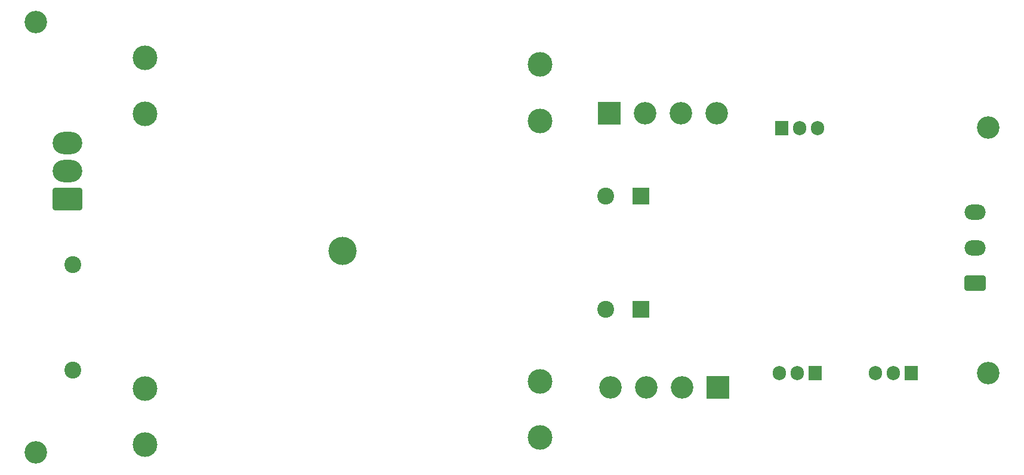
<source format=gbr>
%TF.GenerationSoftware,KiCad,Pcbnew,7.0.7*%
%TF.CreationDate,2023-08-27T17:08:45+10:00*%
%TF.ProjectId,PowerSupply,506f7765-7253-4757-9070-6c792e6b6963,rev?*%
%TF.SameCoordinates,Original*%
%TF.FileFunction,Soldermask,Bot*%
%TF.FilePolarity,Negative*%
%FSLAX46Y46*%
G04 Gerber Fmt 4.6, Leading zero omitted, Abs format (unit mm)*
G04 Created by KiCad (PCBNEW 7.0.7) date 2023-08-27 17:08:45*
%MOMM*%
%LPD*%
G01*
G04 APERTURE LIST*
G04 Aperture macros list*
%AMRoundRect*
0 Rectangle with rounded corners*
0 $1 Rounding radius*
0 $2 $3 $4 $5 $6 $7 $8 $9 X,Y pos of 4 corners*
0 Add a 4 corners polygon primitive as box body*
4,1,4,$2,$3,$4,$5,$6,$7,$8,$9,$2,$3,0*
0 Add four circle primitives for the rounded corners*
1,1,$1+$1,$2,$3*
1,1,$1+$1,$4,$5*
1,1,$1+$1,$6,$7*
1,1,$1+$1,$8,$9*
0 Add four rect primitives between the rounded corners*
20,1,$1+$1,$2,$3,$4,$5,0*
20,1,$1+$1,$4,$5,$6,$7,0*
20,1,$1+$1,$6,$7,$8,$9,0*
20,1,$1+$1,$8,$9,$2,$3,0*%
G04 Aperture macros list end*
%ADD10C,3.200000*%
%ADD11R,1.905000X2.000000*%
%ADD12O,1.905000X2.000000*%
%ADD13R,2.400000X2.400000*%
%ADD14C,2.400000*%
%ADD15C,4.000000*%
%ADD16C,3.500000*%
%ADD17R,3.200000X3.200000*%
%ADD18RoundRect,0.250000X1.850000X-1.330000X1.850000X1.330000X-1.850000X1.330000X-1.850000X-1.330000X0*%
%ADD19O,4.200000X3.160000*%
%ADD20RoundRect,0.316092X1.183908X-0.783908X1.183908X0.783908X-1.183908X0.783908X-1.183908X-0.783908X0*%
%ADD21O,3.000000X2.200000*%
G04 APERTURE END LIST*
D10*
%TO.C,REF\u002A\u002A*%
X51840000Y-132710000D03*
%TD*%
%TO.C,REF\u002A\u002A*%
X186990000Y-86550000D03*
%TD*%
D11*
%TO.C,U2*%
X162430000Y-121460000D03*
D12*
X159890000Y-121460000D03*
X157350000Y-121460000D03*
%TD*%
D13*
%TO.C,C5*%
X137720000Y-112350000D03*
D14*
X132720000Y-112350000D03*
%TD*%
D13*
%TO.C,C1*%
X137720000Y-96320000D03*
D14*
X132720000Y-96320000D03*
%TD*%
D11*
%TO.C,Q1*%
X176060000Y-121480000D03*
D12*
X173520000Y-121480000D03*
X170980000Y-121480000D03*
%TD*%
D11*
%TO.C,U1*%
X157690000Y-86645000D03*
D12*
X160230000Y-86645000D03*
X162770000Y-86645000D03*
%TD*%
D10*
%TO.C,REF\u002A\u002A*%
X51830000Y-71610000D03*
%TD*%
D15*
%TO.C,TR1*%
X95375000Y-104125000D03*
D16*
X67375000Y-76625000D03*
X67375000Y-84625000D03*
X67375000Y-123625000D03*
X67375000Y-131625000D03*
X123375000Y-130625000D03*
X123375000Y-122625000D03*
X123375000Y-85625000D03*
X123375000Y-77625000D03*
%TD*%
D14*
%TO.C,C4*%
X57090000Y-105990000D03*
X57090000Y-120990000D03*
%TD*%
D17*
%TO.C,D2*%
X133250000Y-84560000D03*
D10*
X138330000Y-84560000D03*
X143410000Y-84560000D03*
X148490000Y-84560000D03*
%TD*%
D18*
%TO.C,J2*%
X56370000Y-96680000D03*
D19*
X56370000Y-92720000D03*
X56370000Y-88760000D03*
%TD*%
D17*
%TO.C,D4*%
X148610000Y-123500000D03*
D10*
X143530000Y-123500000D03*
X138450000Y-123500000D03*
X133370000Y-123500000D03*
%TD*%
%TO.C,REF\u002A\u002A*%
X187000000Y-121460000D03*
%TD*%
D20*
%TO.C,J1*%
X185100000Y-108620000D03*
D21*
X185100000Y-103620000D03*
X185100000Y-98620000D03*
%TD*%
M02*

</source>
